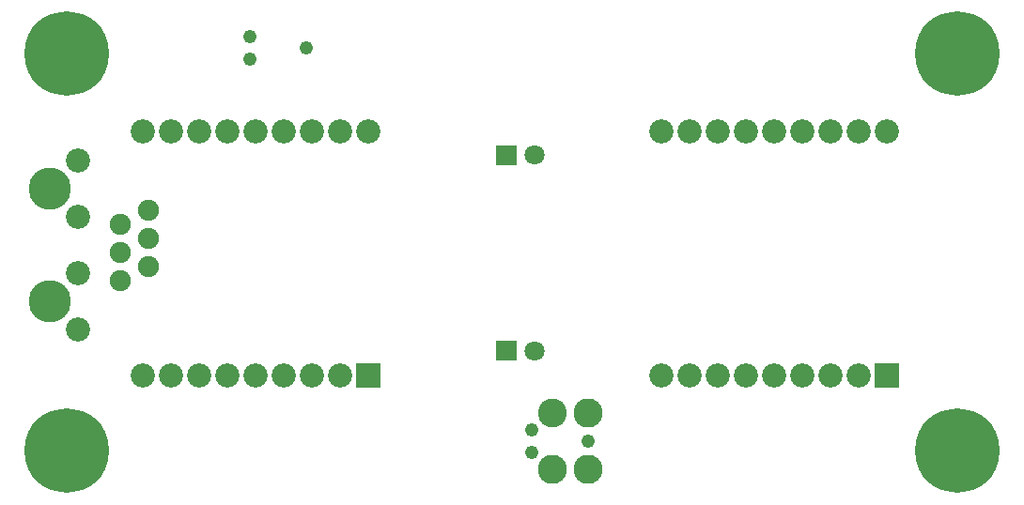
<source format=gbr>
G04 start of page 8 for group -4062 idx -4062 *
G04 Title: (unknown), soldermask *
G04 Creator: pcb 20140316 *
G04 CreationDate: Thu 02 Jul 2020 08:21:27 PM GMT UTC *
G04 For: railfan *
G04 Format: Gerber/RS-274X *
G04 PCB-Dimensions (mil): 3500.00 1750.00 *
G04 PCB-Coordinate-Origin: lower left *
%MOIN*%
%FSLAX25Y25*%
%LNBOTTOMMASK*%
%ADD110C,0.1500*%
%ADD109C,0.0750*%
%ADD108C,0.0490*%
%ADD107C,0.1025*%
%ADD106C,0.1035*%
%ADD105C,0.0710*%
%ADD104C,0.0001*%
%ADD103C,0.0860*%
%ADD102C,0.2997*%
G54D102*X17000Y17000D03*
G54D103*X21000Y60000D03*
G54D104*G36*
X119700Y48000D02*Y39400D01*
X128300D01*
Y48000D01*
X119700D01*
G37*
G54D103*X114000Y43700D03*
X104000D03*
X94000D03*
X84000D03*
X74000D03*
X64000D03*
X54000D03*
X44000D03*
G54D102*X333000Y17000D03*
G54D104*G36*
X303700Y48000D02*Y39400D01*
X312300D01*
Y48000D01*
X303700D01*
G37*
G54D103*X298000Y43700D03*
X288000D03*
X278000D03*
X268000D03*
G54D104*G36*
X169450Y56050D02*Y48950D01*
X176550D01*
Y56050D01*
X169450D01*
G37*
G54D105*X183000Y52500D03*
G54D106*X202000Y10500D03*
X189500D03*
G54D107*Y30500D03*
G54D106*X202000D03*
G54D108*Y20500D03*
X182000Y16500D03*
Y24500D03*
G54D103*X258000Y43700D03*
X248000D03*
X238000D03*
X228000D03*
G54D104*G36*
X169450Y125550D02*Y118450D01*
X176550D01*
Y125550D01*
X169450D01*
G37*
G54D105*X183000Y122000D03*
G54D102*X333000Y158000D03*
G54D103*X308000Y130300D03*
X298000D03*
X288000D03*
X278000D03*
X268000D03*
X258000D03*
X248000D03*
X238000D03*
X228000D03*
G54D108*X102000Y160000D03*
G54D103*X124000Y130300D03*
X114000D03*
X104000D03*
X94000D03*
G54D108*X82000Y156000D03*
G54D103*X84000Y130300D03*
X74000D03*
G54D108*X82000Y164000D03*
G54D103*X64000Y130300D03*
X54000D03*
X44000D03*
G54D109*X46000Y102500D03*
X36000Y97500D03*
X46000Y92500D03*
Y82500D03*
X36000Y87500D03*
Y77500D03*
G54D102*X17000Y158000D03*
G54D103*X21000Y80000D03*
Y120000D03*
Y100000D03*
G54D110*X11000Y110000D03*
Y70000D03*
M02*

</source>
